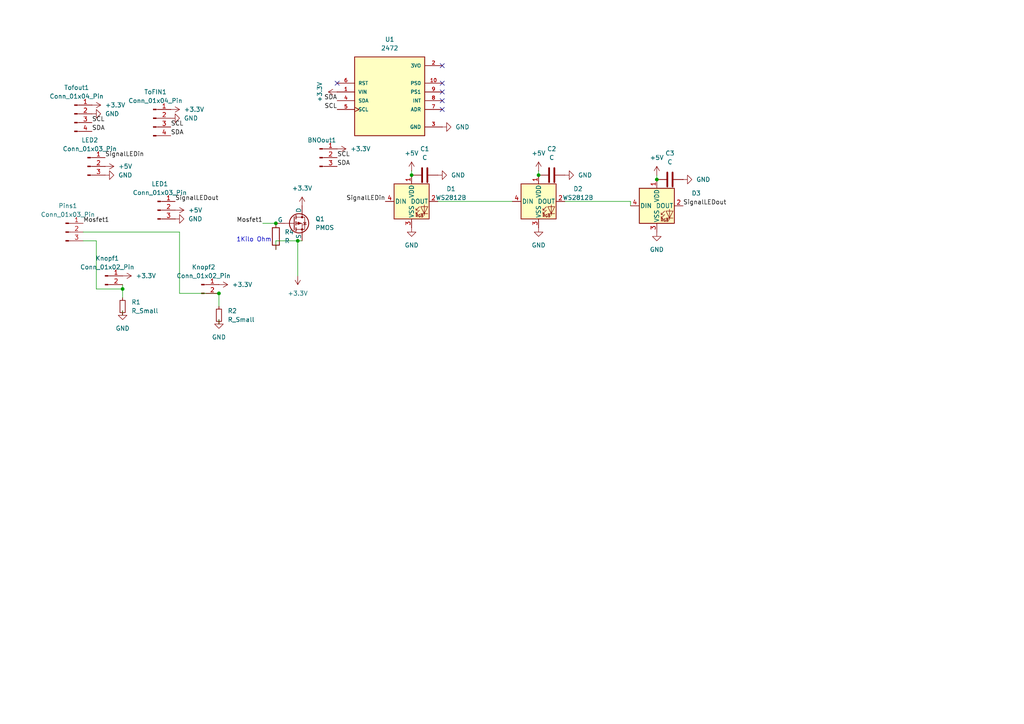
<source format=kicad_sch>
(kicad_sch (version 20231120) (generator "eeschema") (generator_version "8.0")
  (paper "A4")
  (lib_symbols
    (symbol "BNO055:2472" (pin_names (offset 1.016))
      (property "Reference" "U" (at -10.16 13.208 0))
      (property "Value" "2472" (at -10.16 -12.7 0))
      (symbol "2472_0_0"
        (rectangle (start -10.16 -10.16) (end 10.16 12.7) (stroke (width 0.254)) (fill (type background)))
        (pin input line (at -15.24 2.54 0) (length 5.08) (name "VIN") (number "1"))
        (pin bidirectional line (at 15.24 5.08 180) (length 5.08) (name "PS0") (number "10"))
        (pin power_in line (at 15.24 10.16 180) (length 5.08) (name "3VO") (number "2"))
        (pin power_in line (at 15.24 -7.62 180) (length 5.08) (name "GND") (number "3"))
        (pin bidirectional line (at -15.24 0 0) (length 5.08) (name "SDA") (number "4"))
        (pin input clock (at -15.24 -2.54 0) (length 5.08) (name "SCL") (number "5"))
        (pin input line (at -15.24 5.08 0) (length 5.08) (name "RST") (number "6"))
        (pin passive line (at 15.24 -2.54 180) (length 5.08) (name "ADR") (number "7"))
        (pin output line (at 15.24 0 180) (length 5.08) (name "INT") (number "8"))
        (pin bidirectional line (at 15.24 2.54 180) (length 5.08) (name "PS1") (number "9"))
      )
    )
    (symbol "Connector:Conn_01x02_Pin" (pin_names (offset 1.016) hide)
      (property "Reference" "J" (at 0 2.54 0))
      (property "Value" "Conn_01x02_Pin" (at 0 -5.08 0))
      (symbol "Conn_01x02_Pin_1_1"
        (polyline (pts (xy 1.27 -2.54) (xy 0.8636 -2.54)) (stroke (width 0.1524)))
        (polyline (pts (xy 1.27 0) (xy 0.8636 0)) (stroke (width 0.1524)))
        (rectangle (start 0.8636 -2.413) (end 0 -2.667) (stroke (width 0.1524)) (fill (type outline)))
        (rectangle (start 0.8636 0.127) (end 0 -0.127) (stroke (width 0.1524)) (fill (type outline)))
        (pin passive line (at 5.08 0 180) (length 3.81) (name "Pin_1") (number "1"))
        (pin passive line (at 5.08 -2.54 180) (length 3.81) (name "Pin_2") (number "2"))
      )
    )
    (symbol "Connector:Conn_01x03_Pin" (pin_names (offset 1.016) hide)
      (property "Reference" "J" (at 0 5.08 0))
      (property "Value" "Conn_01x03_Pin" (at 0 -5.08 0))
      (symbol "Conn_01x03_Pin_1_1"
        (polyline (pts (xy 1.27 -2.54) (xy 0.8636 -2.54)) (stroke (width 0.1524)))
        (polyline (pts (xy 1.27 0) (xy 0.8636 0)) (stroke (width 0.1524)))
        (polyline (pts (xy 1.27 2.54) (xy 0.8636 2.54)) (stroke (width 0.1524)))
        (rectangle (start 0.8636 -2.413) (end 0 -2.667) (stroke (width 0.1524)) (fill (type outline)))
        (rectangle (start 0.8636 0.127) (end 0 -0.127) (stroke (width 0.1524)) (fill (type outline)))
        (rectangle (start 0.8636 2.667) (end 0 2.413) (stroke (width 0.1524)) (fill (type outline)))
        (pin passive line (at 5.08 2.54 180) (length 3.81) (name "Pin_1") (number "1"))
        (pin passive line (at 5.08 0 180) (length 3.81) (name "Pin_2") (number "2"))
        (pin passive line (at 5.08 -2.54 180) (length 3.81) (name "Pin_3") (number "3"))
      )
    )
    (symbol "Connector:Conn_01x04_Pin" (pin_names (offset 1.016) hide)
      (property "Reference" "J" (at 0 5.08 0))
      (property "Value" "Conn_01x04_Pin" (at 0 -7.62 0))
      (symbol "Conn_01x04_Pin_1_1"
        (polyline (pts (xy 1.27 -5.08) (xy 0.8636 -5.08)) (stroke (width 0.1524)))
        (polyline (pts (xy 1.27 -2.54) (xy 0.8636 -2.54)) (stroke (width 0.1524)))
        (polyline (pts (xy 1.27 0) (xy 0.8636 0)) (stroke (width 0.1524)))
        (polyline (pts (xy 1.27 2.54) (xy 0.8636 2.54)) (stroke (width 0.1524)))
        (rectangle (start 0.8636 -4.953) (end 0 -5.207) (stroke (width 0.1524)) (fill (type outline)))
        (rectangle (start 0.8636 -2.413) (end 0 -2.667) (stroke (width 0.1524)) (fill (type outline)))
        (rectangle (start 0.8636 0.127) (end 0 -0.127) (stroke (width 0.1524)) (fill (type outline)))
        (rectangle (start 0.8636 2.667) (end 0 2.413) (stroke (width 0.1524)) (fill (type outline)))
        (pin passive line (at 5.08 2.54 180) (length 3.81) (name "Pin_1") (number "1"))
        (pin passive line (at 5.08 0 180) (length 3.81) (name "Pin_2") (number "2"))
        (pin passive line (at 5.08 -2.54 180) (length 3.81) (name "Pin_3") (number "3"))
        (pin passive line (at 5.08 -5.08 180) (length 3.81) (name "Pin_4") (number "4"))
      )
    )
    (symbol "Device:C" (pin_numbers hide) (pin_names (offset 0.254))
      (property "Reference" "C" (at 0.635 2.54 0))
      (property "Value" "C" (at 0.635 -2.54 0))
      (symbol "C_0_1"
        (polyline (pts (xy -2.032 -0.762) (xy 2.032 -0.762)) (stroke (width 0.508)))
        (polyline (pts (xy -2.032 0.762) (xy 2.032 0.762)) (stroke (width 0.508)))
      )
      (symbol "C_1_1"
        (pin passive line (at 0 3.81 270) (length 2.794) (name "~") (number "1"))
        (pin passive line (at 0 -3.81 90) (length 2.794) (name "~") (number "2"))
      )
    )
    (symbol "Device:R" (pin_numbers hide) (pin_names (offset 0))
      (property "Reference" "R" (at 2.032 0 90))
      (property "Value" "R" (at 0 0 90))
      (symbol "R_0_1"
        (rectangle (start -1.016 -2.54) (end 1.016 2.54) (stroke (width 0.254)))
      )
      (symbol "R_1_1"
        (pin passive line (at 0 3.81 270) (length 1.27) (name "~") (number "1"))
        (pin passive line (at 0 -3.81 90) (length 1.27) (name "~") (number "2"))
      )
    )
    (symbol "Device:R_Small" (pin_numbers hide) (pin_names (offset 0.254) hide)
      (property "Reference" "R" (at 0.762 0.508 0))
      (property "Value" "R_Small" (at 0.762 -1.016 0))
      (symbol "R_Small_0_1"
        (rectangle (start -0.762 1.778) (end 0.762 -1.778) (stroke (width 0.2032)))
      )
      (symbol "R_Small_1_1"
        (pin passive line (at 0 2.54 270) (length 0.762) (name "~") (number "1"))
        (pin passive line (at 0 -2.54 90) (length 0.762) (name "~") (number "2"))
      )
    )
    (symbol "LED:WS2812B" (pin_names (offset 0.254))
      (property "Reference" "D" (at 5.08 5.715 0))
      (property "Value" "WS2812B" (at 1.27 -5.715 0))
      (symbol "WS2812B_0_0"
        (text "RGB" (at 2.286 -4.191 0) (effects (font (size 0.762 0.762))))
      )
      (symbol "WS2812B_0_1"
        (polyline (pts (xy 1.27 -3.556) (xy 1.778 -3.556)))
        (polyline (pts (xy 1.27 -2.54) (xy 1.778 -2.54)))
        (polyline (pts (xy 4.699 -3.556) (xy 2.667 -3.556)))
        (polyline (pts (xy 2.286 -2.54) (xy 1.27 -3.556) (xy 1.27 -3.048)))
        (polyline (pts (xy 2.286 -1.524) (xy 1.27 -2.54) (xy 1.27 -2.032)))
        (polyline (pts (xy 3.683 -1.016) (xy 3.683 -3.556) (xy 3.683 -4.064)))
        (polyline (pts (xy 4.699 -1.524) (xy 2.667 -1.524) (xy 3.683 -3.556) (xy 4.699 -1.524)))
        (rectangle (start 5.08 5.08) (end -5.08 -5.08) (stroke (width 0.254)) (fill (type background)))
      )
      (symbol "WS2812B_1_1"
        (pin power_in line (at 0 7.62 270) (length 2.54) (name "VDD") (number "1"))
        (pin output line (at 7.62 0 180) (length 2.54) (name "DOUT") (number "2"))
        (pin power_in line (at 0 -7.62 90) (length 2.54) (name "VSS") (number "3"))
        (pin input line (at -7.62 0 0) (length 2.54) (name "DIN") (number "4"))
      )
    )
    (symbol "Simulation_SPICE:PMOS" (pin_numbers hide) (pin_names (offset 0))
      (property "Reference" "Q" (at 5.08 1.27 0))
      (property "Value" "PMOS" (at 5.08 -1.27 0))
      (symbol "PMOS_0_1"
        (polyline (pts (xy 0.254 0) (xy -2.54 0)))
        (polyline (pts (xy 0.254 1.905) (xy 0.254 -1.905)) (stroke (width 0.254)))
        (polyline (pts (xy 0.762 -1.27) (xy 0.762 -2.286)) (stroke (width 0.254)))
        (polyline (pts (xy 0.762 0.508) (xy 0.762 -0.508)) (stroke (width 0.254)))
        (polyline (pts (xy 0.762 2.286) (xy 0.762 1.27)) (stroke (width 0.254)))
        (polyline (pts (xy 2.54 2.54) (xy 2.54 1.778)))
        (polyline (pts (xy 2.54 -2.54) (xy 2.54 0) (xy 0.762 0)))
        (polyline (pts (xy 0.762 1.778) (xy 3.302 1.778) (xy 3.302 -1.778) (xy 0.762 -1.778)))
        (polyline (pts (xy 2.286 0) (xy 1.27 0.381) (xy 1.27 -0.381) (xy 2.286 0)) (fill (type outline)))
        (polyline (pts (xy 2.794 -0.508) (xy 2.921 -0.381) (xy 3.683 -0.381) (xy 3.81 -0.254)))
        (polyline (pts (xy 3.302 -0.381) (xy 2.921 0.254) (xy 3.683 0.254) (xy 3.302 -0.381)))
        (circle (center 1.651 0) (radius 2.794) (stroke (width 0.254)))
        (circle (center 2.54 -1.778) (radius 0.254) (fill (type outline)))
        (circle (center 2.54 1.778) (radius 0.254) (fill (type outline)))
      )
      (symbol "PMOS_1_1"
        (pin passive line (at 2.54 5.08 270) (length 2.54) (name "D") (number "1"))
        (pin input line (at -5.08 0 0) (length 2.54) (name "G") (number "2"))
        (pin passive line (at 2.54 -5.08 90) (length 2.54) (name "S") (number "3"))
      )
    )
    (symbol "power:+3.3V" (power) (pin_numbers hide) (pin_names (offset 0) hide)
      (property "Value" "+3.3V" (at 0 3.556 0))
      (symbol "+3.3V_0_1"
        (polyline (pts (xy -0.762 1.27) (xy 0 2.54)))
        (polyline (pts (xy 0 0) (xy 0 2.54)))
        (polyline (pts (xy 0 2.54) (xy 0.762 1.27)))
      )
      (symbol "+3.3V_1_1"
        (pin power_in line (at 0 0 90) (length 0) (name "~") (number "1"))
      )
    )
    (symbol "power:+5V" (power) (pin_numbers hide) (pin_names (offset 0) hide)
      (property "Value" "+5V" (at 0 3.556 0))
      (symbol "+5V_0_1"
        (polyline (pts (xy -0.762 1.27) (xy 0 2.54)))
        (polyline (pts (xy 0 0) (xy 0 2.54)))
        (polyline (pts (xy 0 2.54) (xy 0.762 1.27)))
      )
      (symbol "+5V_1_1"
        (pin power_in line (at 0 0 90) (length 0) (name "~") (number "1"))
      )
    )
    (symbol "power:GND" (power) (pin_numbers hide) (pin_names (offset 0) hide)
      (property "Value" "GND" (at 0 -3.81 0))
      (symbol "GND_0_1"
        (polyline (pts (xy 0 0) (xy 0 -1.27) (xy 1.27 -1.27) (xy 0 -2.54) (xy -1.27 -1.27) (xy 0 -1.27)))
      )
      (symbol "GND_1_1"
        (pin power_in line (at 0 0 270) (length 0) (name "~") (number "1"))
      )
    )
  )
  (junction (at 119.38 50.8))
  (junction (at 156.21 50.8))
  (junction (at 80.01 64.77))
  (junction (at 35.56 83.82))
  (junction (at 190.5 52.07))
  (junction (at 63.5 85.09))
  (junction (at 86.36 69.85))
  (no_connect (at 128.27 24.13))
  (no_connect (at 128.27 26.67))
  (no_connect (at 128.27 31.75))
  (no_connect (at 128.27 19.05))
  (no_connect (at 128.27 29.21))
  (no_connect (at 97.79 24.13))
  (wire (pts (xy 190.5 50.8) (xy 190.5 52.07)))
  (wire (pts (xy 163.83 58.42) (xy 182.88 58.42)))
  (wire (pts (xy 52.07 85.09) (xy 63.5 85.09)))
  (wire (pts (xy 24.13 69.85) (xy 27.94 69.85)))
  (wire (pts (xy 35.56 91.44) (xy 35.56 90.17)))
  (wire (pts (xy 156.21 49.53) (xy 156.21 50.8)))
  (wire (pts (xy 63.5 85.09) (xy 63.5 88.9)))
  (wire (pts (xy 63.5 93.98) (xy 63.5 92.71)))
  (wire (pts (xy 86.36 69.85) (xy 87.63 69.85)))
  (wire (pts (xy 27.94 83.82) (xy 35.56 83.82)))
  (wire (pts (xy 24.13 67.31) (xy 52.07 67.31)))
  (wire (pts (xy 80.01 69.85) (xy 80.01 72.39)))
  (wire (pts (xy 127 58.42) (xy 148.59 58.42)))
  (wire (pts (xy 35.56 83.82) (xy 35.56 86.36)))
  (wire (pts (xy 76.2 64.77) (xy 80.01 64.77)))
  (wire (pts (xy 35.56 82.55) (xy 35.56 83.82)))
  (wire (pts (xy 119.38 49.53) (xy 119.38 50.8)))
  (wire (pts (xy 80.01 69.85) (xy 86.36 69.85)))
  (wire (pts (xy 86.36 80.01) (xy 86.36 69.85)))
  (wire (pts (xy 52.07 67.31) (xy 52.07 85.09)))
  (wire (pts (xy 27.94 69.85) (xy 27.94 83.82)))
  (wire (pts (xy 182.88 58.42) (xy 182.88 59.69)))
  (text "1Kilo Ohm\n" (at 73.66 69.596 0) (effects (font (size 1.27 1.27))))
  (label "SDA" (at 97.79 48.26 0))
  (label "SignalLEDin" (at 111.76 58.42 180))
  (label "SDA" (at 49.53 39.37 0))
  (label "SCL" (at 97.79 45.72 0))
  (label "SCL" (at 26.67 35.56 0))
  (label "Mosfet1" (at 76.2 64.77 180))
  (label "SignalLEDin" (at 30.48 45.72 0))
  (label "SCL" (at 97.79 31.75 180))
  (label "SDA" (at 26.67 38.1 0))
  (label "SCL" (at 49.53 36.83 0))
  (label "SDA" (at 97.79 29.21 180))
  (label "SignalLEDout" (at 198.12 59.69 0))
  (label "SignalLEDout" (at 50.8 58.42 0))
  (label "Mosfet1" (at 24.13 64.77 0))
  (symbol (lib_id "power:+3.3V") (at 63.5 82.55 270) (unit 1)
    (property "Reference" "#PWR07" (effects (hide yes)))
    (property "Value" "+3.3V" (at 67.31 82.5499 90) (effects (justify left)))
    (property "Description" "Power symbol creates a global label with name \"+3.3V\"" (effects (hide yes)))
  )
  (symbol (lib_id "power:GND") (at 49.53 34.29 90) (unit 1)
    (property "Reference" "#PWR012" (effects (hide yes)))
    (property "Value" "GND" (at 53.34 34.2899 90) (effects (justify right)))
    (property "Description" "Power symbol creates a global label with name \"GND\" , ground" (effects (hide yes)))
  )
  (symbol (lib_id "Connector:Conn_01x02_Pin") (at 58.42 82.55 0) (unit 1)
    (property "Reference" "Knopf2" (at 59.055 77.47 0))
    (property "Value" "Conn_01x02_Pin" (at 59.055 80.01 0))
    (property "Footprint" "Connector_JST:JST_PH_B2B-PH-K_1x02_P2.00mm_Vertical" (effects (hide yes)))
    (property "Description" "Generic connector, single row, 01x02, script generated" (effects (hide yes)))
  )
  (symbol (lib_id "power:GND") (at 128.27 36.83 90) (unit 1)
    (property "Reference" "#PWR03" (effects (hide yes)))
    (property "Value" "GND" (at 132.08 36.8299 90) (effects (justify right)))
    (property "Description" "Power symbol creates a global label with name \"GND\" , ground" (effects (hide yes)))
  )
  (symbol (lib_id "Connector:Conn_01x02_Pin") (at 30.48 80.01 0) (unit 1)
    (property "Reference" "Knopf1" (at 31.115 74.93 0))
    (property "Value" "Conn_01x02_Pin" (at 31.115 77.47 0))
    (property "Footprint" "Connector_JST:JST_PH_B2B-PH-K_1x02_P2.00mm_Vertical" (effects (hide yes)))
    (property "Description" "Generic connector, single row, 01x02, script generated" (effects (hide yes)))
  )
  (symbol (lib_id "power:GND") (at 190.5 67.31 0) (unit 1)
    (property "Reference" "#PWR027" (effects (hide yes)))
    (property "Value" "GND" (at 190.5 72.39 0))
    (property "Description" "Power symbol creates a global label with name \"GND\" , ground" (effects (hide yes)))
  )
  (symbol (lib_id "LED:WS2812B") (at 156.21 58.42 0) (unit 1)
    (property "Reference" "D2" (at 167.64 54.772 0))
    (property "Value" "WS2812B" (at 167.64 57.312 0))
    (property "Footprint" "LED_SMD:LED_WS2812B_PLCC4_5.0x5.0mm_P3.2mm" (effects (hide yes)))
    (property "Datasheet" "https://cdn-shop.adafruit.com/datasheets/WS2812B.pdf" (effects (hide yes)))
    (property "Description" "RGB LED with integrated controller" (effects (hide yes)))
  )
  (symbol (lib_id "Device:R_Small") (at 35.56 88.9 0) (unit 1)
    (property "Reference" "R1" (at 38.1 87.6299 0) (effects (justify left)))
    (property "Value" "R_Small" (at 38.1 90.1699 0) (effects (justify left)))
    (property "Footprint" "Resistor_SMD:R_0805_2012Metric_Pad1.20x1.40mm_HandSolder" (effects (hide yes)))
    (property "Description" "Resistor, small symbol" (effects (hide yes)))
  )
  (symbol (lib_id "Connector:Conn_01x03_Pin") (at 45.72 60.96 0) (unit 1)
    (property "Reference" "LED1" (at 46.355 53.34 0))
    (property "Value" "Conn_01x03_Pin" (at 46.355 55.88 0))
    (property "Footprint" "Connector_JST:JST_PH_B3B-PH-K_1x03_P2.00mm_Vertical" (effects (hide yes)))
    (property "Description" "Generic connector, single row, 01x03, script generated" (effects (hide yes)))
  )
  (symbol (lib_id "power:GND") (at 163.83 50.8 90) (unit 1)
    (property "Reference" "#PWR025" (effects (hide yes)))
    (property "Value" "GND" (at 167.64 50.7999 90) (effects (justify right)))
    (property "Description" "Power symbol creates a global label with name \"GND\" , ground" (effects (hide yes)))
  )
  (symbol (lib_id "power:GND") (at 127 50.8 90) (unit 1)
    (property "Reference" "#PWR022" (effects (hide yes)))
    (property "Value" "GND" (at 130.81 50.7999 90) (effects (justify right)))
    (property "Description" "Power symbol creates a global label with name \"GND\" , ground" (effects (hide yes)))
  )
  (symbol (lib_id "power:+5V") (at 190.5 50.8 0) (unit 1)
    (property "Reference" "#PWR026" (effects (hide yes)))
    (property "Value" "+5V" (at 190.5 45.72 0))
    (property "Description" "Power symbol creates a global label with name \"+5V\"" (effects (hide yes)))
  )
  (symbol (lib_id "Connector:Conn_01x03_Pin") (at 92.71 45.72 0) (unit 1)
    (property "Reference" "BNOout1" (at 93.345 40.64 0))
    (property "Value" "Conn_01x03_Pin" (effects (hide yes)))
    (property "Footprint" "Connector_JST:JST_PH_B3B-PH-K_1x03_P2.00mm_Vertical" (effects (hide yes)))
    (property "Description" "Generic connector, single row, 01x03, script generated" (effects (hide yes)))
  )
  (symbol (lib_id "Connector:Conn_01x03_Pin") (at 25.4 48.26 0) (unit 1)
    (property "Reference" "LED2" (at 26.035 40.64 0))
    (property "Value" "Conn_01x03_Pin" (at 26.035 43.18 0))
    (property "Footprint" "Connector_JST:JST_PH_B3B-PH-K_1x03_P2.00mm_Vertical" (effects (hide yes)))
    (property "Description" "Generic connector, single row, 01x03, script generated" (effects (hide yes)))
  )
  (symbol (lib_id "power:GND") (at 50.8 63.5 90) (unit 1)
    (property "Reference" "#PWR016" (effects (hide yes)))
    (property "Value" "GND" (at 54.61 63.4999 90) (effects (justify right)))
    (property "Description" "Power symbol creates a global label with name \"GND\" , ground" (effects (hide yes)))
  )
  (symbol (lib_id "power:+3.3V") (at 26.67 30.48 270) (unit 1)
    (property "Reference" "#PWR018" (effects (hide yes)))
    (property "Value" "+3.3V" (at 30.48 30.4799 90) (effects (justify left)))
    (property "Description" "Power symbol creates a global label with name \"+3.3V\"" (effects (hide yes)))
  )
  (symbol (lib_id "LED:WS2812B") (at 190.5 59.69 0) (unit 1)
    (property "Reference" "D3" (at 201.93 56.042 0))
    (property "Value" "WS2812B" (effects (hide yes)))
    (property "Footprint" "LED_SMD:LED_WS2812B_PLCC4_5.0x5.0mm_P3.2mm" (effects (hide yes)))
    (property "Datasheet" "https://cdn-shop.adafruit.com/datasheets/WS2812B.pdf" (effects (hide yes)))
    (property "Description" "RGB LED with integrated controller" (effects (hide yes)))
  )
  (symbol (lib_id "Device:C") (at 160.02 50.8 90) (unit 1)
    (property "Reference" "C2" (at 160.02 43.18 90))
    (property "Value" "C" (at 160.02 45.72 90))
    (property "Footprint" "Capacitor_SMD:C_0805_2012Metric_Pad1.18x1.45mm_HandSolder" (effects (hide yes)))
    (property "Description" "Unpolarized capacitor" (effects (hide yes)))
  )
  (symbol (lib_id "power:+5V") (at 119.38 49.53 0) (unit 1)
    (property "Reference" "#PWR020" (effects (hide yes)))
    (property "Value" "+5V" (at 119.38 44.45 0))
    (property "Description" "Power symbol creates a global label with name \"+5V\"" (effects (hide yes)))
  )
  (symbol (lib_id "power:GND") (at 26.67 33.02 90) (unit 1)
    (property "Reference" "#PWR019" (effects (hide yes)))
    (property "Value" "GND" (at 30.48 33.0199 90) (effects (justify right)))
    (property "Description" "Power symbol creates a global label with name \"GND\" , ground" (effects (hide yes)))
  )
  (symbol (lib_id "power:+5V") (at 30.48 48.26 270) (unit 1)
    (property "Reference" "#PWR09" (effects (hide yes)))
    (property "Value" "+5V" (at 34.29 48.2599 90) (effects (justify left)))
    (property "Description" "Power symbol creates a global label with name \"+5V\"" (effects (hide yes)))
  )
  (symbol (lib_id "Device:C") (at 123.19 50.8 90) (unit 1)
    (property "Reference" "C1" (at 123.19 43.18 90))
    (property "Value" "C" (at 123.19 45.72 90))
    (property "Footprint" "Capacitor_SMD:C_0805_2012Metric_Pad1.18x1.45mm_HandSolder" (effects (hide yes)))
    (property "Description" "Unpolarized capacitor" (effects (hide yes)))
  )
  (symbol (lib_id "Connector:Conn_01x03_Pin") (at 19.05 67.31 0) (unit 1)
    (property "Reference" "Pins1" (at 19.685 59.69 0))
    (property "Value" "Conn_01x03_Pin" (at 19.685 62.23 0))
    (property "Footprint" "Connector_JST:JST_PH_B3B-PH-K_1x03_P2.00mm_Vertical" (effects (hide yes)))
    (property "Description" "Generic connector, single row, 01x03, script generated" (effects (hide yes)))
  )
  (symbol (lib_id "Simulation_SPICE:PMOS") (at 85.09 64.77 0) (unit 1)
    (property "Reference" "Q1" (at 91.44 63.4999 0) (effects (justify left)))
    (property "Value" "PMOS" (at 91.44 66.0399 0) (effects (justify left)))
    (property "Footprint" "footprints:SOT-23_IRLML2244TRPBF_INF" (effects (hide yes)))
    (property "Datasheet" "https://ngspice.sourceforge.io/docs/ngspice-html-manual/manual.xhtml#cha_MOSFETs" (effects (hide yes)))
    (property "Description" "P-MOSFET transistor, drain/source/gate" (effects (hide yes)))
    (property "Sim.Device" "PMOS" (effects (hide yes)))
    (property "Sim.Type" "VDMOS" (effects (hide yes)))
    (property "Sim.Pins" "1=D 2=G 3=S" (effects (hide yes)))
  )
  (symbol (lib_id "Connector:Conn_01x04_Pin") (at 21.59 33.02 0) (unit 1)
    (property "Reference" "Tofout1" (at 22.225 25.4 0))
    (property "Value" "Conn_01x04_Pin" (at 22.225 27.94 0))
    (property "Footprint" "Connector_JST:JST_PH_B4B-PH-K_1x04_P2.00mm_Vertical" (effects (hide yes)))
    (property "Description" "Generic connector, single row, 01x04, script generated" (effects (hide yes)))
  )
  (symbol (lib_id "power:+5V") (at 156.21 49.53 0) (unit 1)
    (property "Reference" "#PWR023" (effects (hide yes)))
    (property "Value" "+5V" (at 156.21 44.45 0))
    (property "Description" "Power symbol creates a global label with name \"+5V\"" (effects (hide yes)))
  )
  (symbol (lib_id "power:+3.3V") (at 97.79 43.18 270) (unit 1)
    (property "Reference" "#PWR02" (effects (hide yes)))
    (property "Value" "+3.3V" (at 101.6 43.1799 90) (effects (justify left)))
    (property "Description" "Power symbol creates a global label with name \"+3.3V\"" (effects (hide yes)))
  )
  (symbol (lib_id "power:+5V") (at 50.8 60.96 270) (unit 1)
    (property "Reference" "#PWR013" (effects (hide yes)))
    (property "Value" "+5V" (at 54.61 60.9599 90) (effects (justify left)))
    (property "Description" "Power symbol creates a global label with name \"+5V\"" (effects (hide yes)))
  )
  (symbol (lib_id "power:GND") (at 156.21 66.04 0) (unit 1)
    (property "Reference" "#PWR024" (effects (hide yes)))
    (property "Value" "GND" (at 156.21 71.12 0))
    (property "Description" "Power symbol creates a global label with name \"GND\" , ground" (effects (hide yes)))
  )
  (symbol (lib_id "power:GND") (at 30.48 50.8 90) (unit 1)
    (property "Reference" "#PWR010" (effects (hide yes)))
    (property "Value" "GND" (at 34.29 50.7999 90) (effects (justify right)))
    (property "Description" "Power symbol creates a global label with name \"GND\" , ground" (effects (hide yes)))
  )
  (symbol (lib_id "LED:WS2812B") (at 119.38 58.42 0) (unit 1)
    (property "Reference" "D1" (at 130.81 54.772 0))
    (property "Value" "WS2812B" (at 130.81 57.312 0))
    (property "Footprint" "LED_SMD:LED_WS2812B_PLCC4_5.0x5.0mm_P3.2mm" (effects (hide yes)))
    (property "Datasheet" "https://cdn-shop.adafruit.com/datasheets/WS2812B.pdf" (effects (hide yes)))
    (property "Description" "RGB LED with integrated controller" (effects (hide yes)))
  )
  (symbol (lib_id "power:+3.3V") (at 49.53 31.75 270) (unit 1)
    (property "Reference" "#PWR011" (effects (hide yes)))
    (property "Value" "+3.3V" (at 53.34 31.7499 90) (effects (justify left)))
    (property "Description" "Power symbol creates a global label with name \"+3.3V\"" (effects (hide yes)))
  )
  (symbol (lib_id "power:GND") (at 198.12 52.07 90) (unit 1)
    (property "Reference" "#PWR028" (effects (hide yes)))
    (property "Value" "GND" (at 201.93 52.0699 90) (effects (justify right)))
    (property "Description" "Power symbol creates a global label with name \"GND\" , ground" (effects (hide yes)))
  )
  (symbol (lib_id "Connector:Conn_01x04_Pin") (at 44.45 34.29 0) (unit 1)
    (property "Reference" "ToFIN1" (at 45.085 26.67 0))
    (property "Value" "Conn_01x04_Pin" (at 45.085 29.21 0))
    (property "Footprint" "Connector_JST:JST_PH_B4B-PH-K_1x04_P2.00mm_Vertical" (effects (hide yes)))
    (property "Description" "Generic connector, single row, 01x04, script generated" (effects (hide yes)))
  )
  (symbol (lib_id "Device:R") (at 80.01 68.58 0) (unit 1)
    (property "Reference" "R4" (at 82.55 67.3099 0) (effects (justify left)))
    (property "Value" "R" (at 82.55 69.8499 0) (effects (justify left)))
    (property "Footprint" "Resistor_SMD:R_0805_2012Metric_Pad1.20x1.40mm_HandSolder" (effects (hide yes)))
    (property "Description" "Resistor" (effects (hide yes)))
  )
  (symbol (lib_id "power:GND") (at 119.38 66.04 0) (unit 1)
    (property "Reference" "#PWR021" (effects (hide yes)))
    (property "Value" "GND" (at 119.38 71.12 0))
    (property "Description" "Power symbol creates a global label with name \"GND\" , ground" (effects (hide yes)))
  )
  (symbol (lib_id "power:GND") (at 35.56 90.17 0) (unit 1)
    (property "Reference" "#PWR06" (effects (hide yes)))
    (property "Value" "GND" (at 35.56 95.25 0))
    (property "Description" "Power symbol creates a global label with name \"GND\" , ground" (effects (hide yes)))
  )
  (symbol (lib_id "power:+3.3V") (at 35.56 80.01 270) (unit 1)
    (property "Reference" "#PWR05" (effects (hide yes)))
    (property "Value" "+3.3V" (at 39.37 80.0099 90) (effects (justify left)))
    (property "Description" "Power symbol creates a global label with name \"+3.3V\"" (effects (hide yes)))
  )
  (symbol (lib_id "power:+3.3V") (at 87.63 59.69 0) (unit 1)
    (property "Reference" "#PWR015" (effects (hide yes)))
    (property "Value" "+3.3V" (at 87.63 54.61 0))
    (property "Description" "Power symbol creates a global label with name \"+3.3V\"" (effects (hide yes)))
  )
  (symbol (lib_id "Device:R_Small") (at 63.5 91.44 0) (unit 1)
    (property "Reference" "R2" (at 66.04 90.1699 0) (effects (justify left)))
    (property "Value" "R_Small" (at 66.04 92.7099 0) (effects (justify left)))
    (property "Footprint" "Resistor_SMD:R_0805_2012Metric_Pad1.20x1.40mm_HandSolder" (effects (hide yes)))
    (property "Description" "Resistor, small symbol" (effects (hide yes)))
  )
  (symbol (lib_id "power:+3.3V") (at 86.36 80.01 180) (unit 1)
    (property "Reference" "#PWR01" (effects (hide yes)))
    (property "Value" "+3.3V" (at 86.36 85.09 0))
    (property "Description" "Power symbol creates a global label with name \"+3.3V\"" (effects (hide yes)))
  )
  (symbol (lib_id "power:GND") (at 63.5 92.71 0) (unit 1)
    (property "Reference" "#PWR08" (effects (hide yes)))
    (property "Value" "GND" (at 63.5 97.79 0))
    (property "Description" "Power symbol creates a global label with name \"GND\" , ground" (effects (hide yes)))
  )
  (symbol (lib_id "BNO055:2472") (at 113.03 29.21 0) (unit 1)
    (property "Reference" "U1" (at 113.03 11.43 0))
    (property "Value" "2472" (at 113.03 13.97 0))
    (property "Footprint" "BNO055:MODULE_2472" (effects (hide yes)))
    (property "MF" "Adafruit" (effects (hide yes)))
    (property "Description_1" "\nAdafruit 9-DOF Absolute Orientation IMU Fusion Breakout - BNO055 | Adafruit Industries 2472\n" (effects (hide yes)))
    (property "Package" "Non-Standard Adafruit" (effects (hide yes)))
    (property "Price" "None" (effects (hide yes)))
    (property "Check_prices" "https://www.snapeda.com/parts/2472/Adafruit+Industries/view-part/?ref=eda" (effects (hide yes)))
    (property "STANDARD" "Manufacturer Recommendations" (effects (hide yes)))
    (property "PARTREV" "N/A" (effects (hide yes)))
    (property "SnapEDA_Link" "https://www.snapeda.com/parts/2472/Adafruit+Industries/view-part/?ref=snap" (effects (hide yes)))
    (property "MP" "2472" (effects (hide yes)))
    (property "Availability" "In Stock" (effects (hide yes)))
    (property "MANUFACTURER" "Adafruit Industries" (effects (hide yes)))
  )
  (symbol (lib_id "Device:C") (at 194.31 52.07 90) (unit 1)
    (property "Reference" "C3" (at 194.31 44.45 90))
    (property "Value" "C" (at 194.31 46.99 90))
    (property "Footprint" "Capacitor_SMD:C_0805_2012Metric_Pad1.18x1.45mm_HandSolder" (effects (hide yes)))
    (property "Description" "Unpolarized capacitor" (effects (hide yes)))
  )
  (symbol (lib_id "power:+3.3V") (at 97.79 26.67 90) (unit 1)
    (property "Reference" "#PWR04" (effects (hide yes)))
    (property "Value" "+3.3V" (at 92.71 26.67 0))
    (property "Description" "Power symbol creates a global label with name \"+3.3V\"" (effects (hide yes)))
  )
)
</source>
